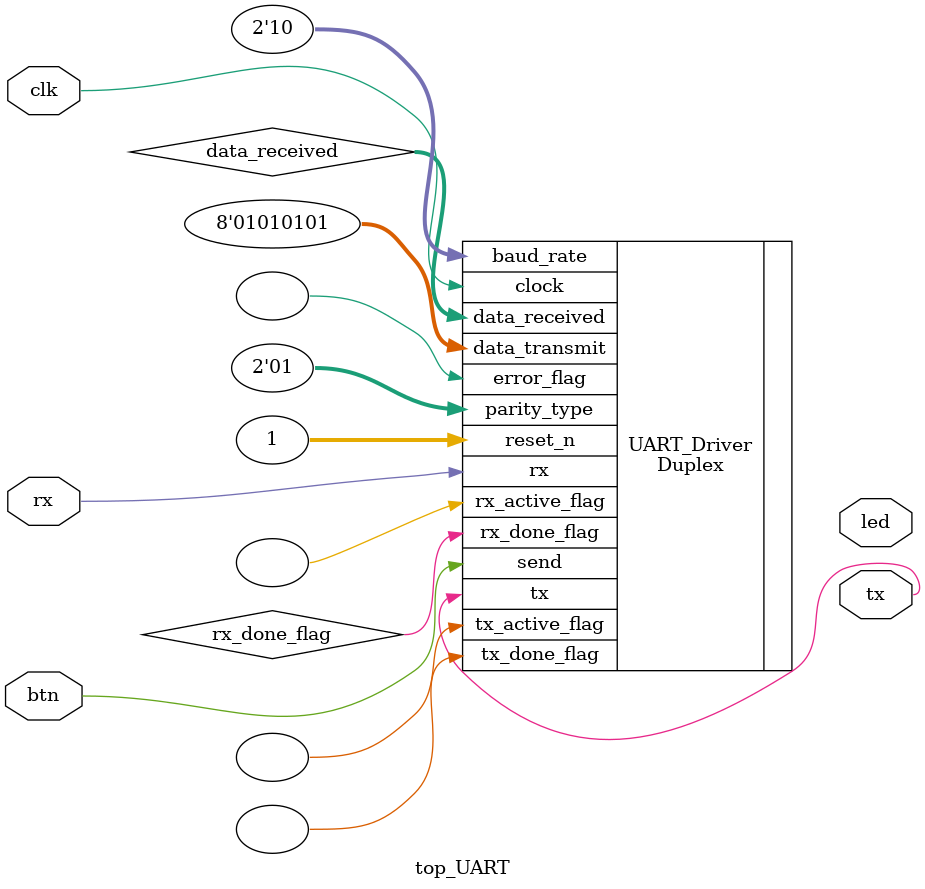
<source format=v>
module top_UART(
    input       clk,
    input       btn,
    input       rx,
    output      tx,
    output      led
);

    reg         send;
    wire [7:0]  data_received;
    wire        rx_done_flag;



    Duplex UART_Driver(
        //  Inputs
        .reset_n        (1),
        .send           (btn), 
        .clock          (clk),
        .parity_type    (2'b01),        // ODD parity
        .baud_rate      (2'b10),        // 9600 baud
        .data_transmit  (8'h55),        // ASCII of 'U'
        .rx             (rx),
        //  Outputs
        .tx             (tx),
        .tx_active_flag (),
        .tx_done_flag   (),
        .rx_active_flag (),
        .rx_done_flag   (rx_done_flag),
        .data_received  (data_received),
        .error_flag     ()
    );


    //wire        btn_pressed;
    // //  Instance for the rising edge detector
    // rising_edge_detect BTN_pressed_detect(
    //     .clk            (clk),
    //     .btn            (btn),
    //     .rising_edge    (btn_pressed)
    // );
 /*   // Instance for the LED toggle
    toggle_led LED_Toggle(
        .clk            (clk),
        .rx_done_flag   (rx_done_flag),
        .opcode         (data_received),
        .led            (led)
    );*/


endmodule

</source>
